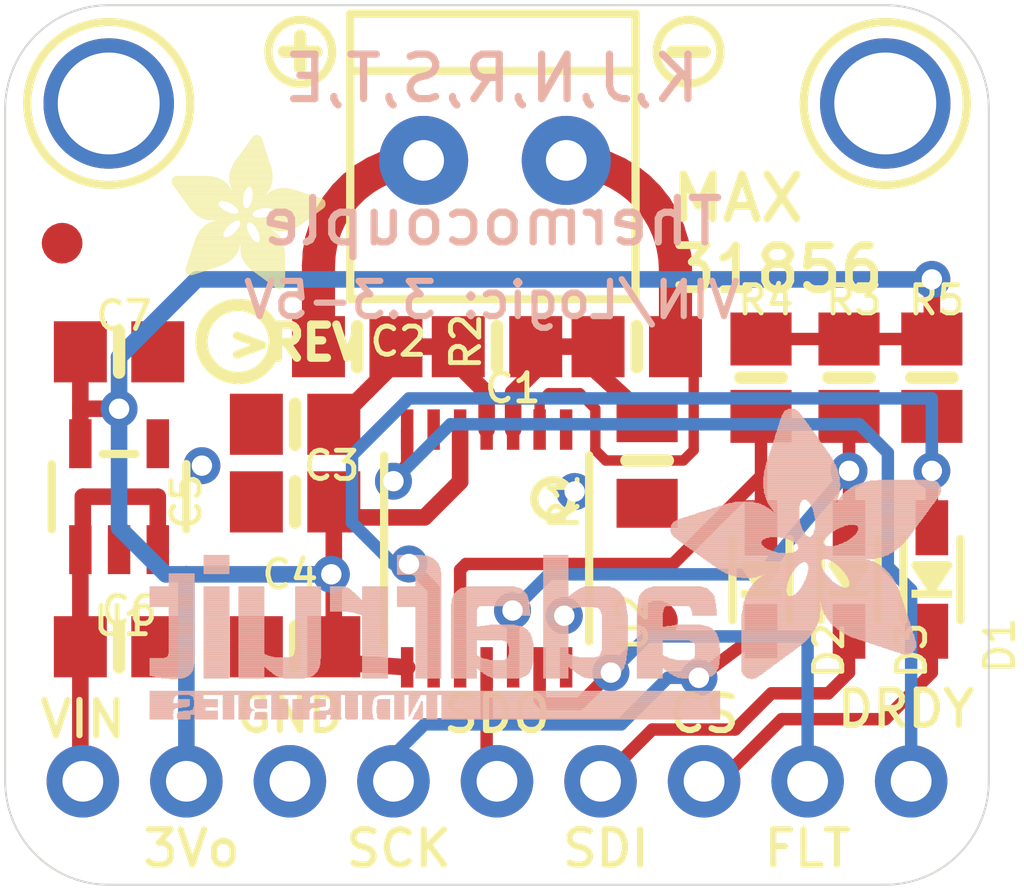
<source format=kicad_pcb>
(kicad_pcb (version 20221018) (generator pcbnew)
  (layers (0 "F.Cu" signal) (31 "B.Cu" signal) (34 "B.Paste" user) (35 "F.Paste" user) (36 "B.SilkS" user "B.Silkscreen") (37 "F.SilkS" user "F.Silkscreen") (38 "B.Mask" user) (39 "F.Mask" user) (44 "Edge.Cuts" user))
  (net 0 "")
  (net 1 "THERM+")
  (net 2 "THERM-")
  (net 3 "T-")
  (net 4 "T+")
  (net 5 "GND")
  (net 6 "3.3V")
  (net 7 "~{CS_3V}")
  (net 8 "SCK_3V")
  (net 9 "SDO_3V")
  (net 10 "DRDY")
  (net 11 "VIN")
  (net 12 "SCK")
  (net 13 "SDO")
  (net 14 "SDI")
  (net 15 "~{CS}")
  (net 16 "~{FAULT}")
  (footprint "Adafruit MAX31856:0805-NO" (layer "F.Cu") (at 151.9301 102.5906 180)
    (fp_text reference "R1" (at 1.778 -3.048 90) (layer "F.SilkS") (effects (font (size 0.692831 0.692831) (thickness 0.119969)) (justify right)))
    (fp_text value "100")
    (pad "1" smd rect (at -0.95 0 180) (size 1.3 1.5) (layers "F.Cu" "F.Paste" "F.Mask") (net 2 "THERM-"))
    (pad "2" smd rect (at 0.95 0 180) (size 1.3 1.5) (layers "F.Cu" "F.Paste" "F.Mask") (net 3 "T-"))
  )
  (footprint "Adafruit MAX31856:SYMBOL_PLUS" (layer "F.Cu") (at 143.6751 95.3516)
    (fp_text reference "U$23" hide)
    (fp_text value "" hide)
  )
  (footprint "Adafruit MAX31856:SOD-323" (layer "F.Cu") (at 154.9781 108.3056 90)
    (fp_text reference "D2" (at -2.497 1.667 90) (layer "F.SilkS") (effects (font (size 0.692831 0.692831) (thickness 0.119969)) (justify left)))
    (fp_text value "1N4148")
    (pad "A" smd rect (at 1.27 0 90) (size 1.35 0.8) (layers "F.Cu" "F.Paste" "F.Mask") (net 8 "SCK_3V"))
    (pad "C" smd rect (at -1.27 0 90) (size 1.35 0.8) (layers "F.Cu" "F.Paste" "F.Mask") (net 12 "SCK"))
  )
  (footprint "Adafruit MAX31856:0805-NO" (layer "F.Cu") (at 143.5481 106.4006 180)
    (fp_text reference "C5" (at 2.667 0.762 90) (layer "F.SilkS") (effects (font (size 0.692831 0.692831) (thickness 0.119969)) (justify right)))
    (fp_text value "0.1uF")
    (pad "1" smd rect (at -0.95 0 180) (size 1.3 1.5) (layers "F.Cu" "F.Paste" "F.Mask") (net 6 "3.3V"))
    (pad "2" smd rect (at 0.95 0 180) (size 1.3 1.5) (layers "F.Cu" "F.Paste" "F.Mask") (net 5 "GND"))
  )
  (footprint "Adafruit MAX31856:1X09_ROUND_70" (layer "F.Cu") (at 148.5011 113.2586 180)
    (fp_text reference "JP1" hide)
    (fp_text value "")
    (pad "1" thru_hole circle (at -10.16 0 270) (size 1.778 1.778) (drill 1) (layers "*.Cu" "*.Mask") (net 10 "DRDY"))
    (pad "2" thru_hole circle (at -7.62 0 270) (size 1.778 1.778) (drill 1) (layers "*.Cu" "*.Mask") (net 16 "~{FAULT}"))
    (pad "3" thru_hole circle (at -5.08 0 270) (size 1.778 1.778) (drill 1) (layers "*.Cu" "*.Mask") (net 15 "~{CS}"))
    (pad "4" thru_hole circle (at -2.54 0 270) (size 1.778 1.778) (drill 1) (layers "*.Cu" "*.Mask") (net 14 "SDI"))
    (pad "5" thru_hole circle (at 0 0 270) (size 1.778 1.778) (drill 1) (layers "*.Cu" "*.Mask") (net 13 "SDO"))
    (pad "6" thru_hole circle (at 2.54 0 270) (size 1.778 1.778) (drill 1) (layers "*.Cu" "*.Mask") (net 12 "SCK"))
    (pad "7" thru_hole circle (at 5.08 0 270) (size 1.778 1.778) (drill 1) (layers "*.Cu" "*.Mask") (net 5 "GND"))
    (pad "8" thru_hole circle (at 7.62 0 270) (size 1.778 1.778) (drill 1) (layers "*.Cu" "*.Mask") (net 6 "3.3V"))
    (pad "9" thru_hole circle (at 10.16 0 270) (size 1.778 1.778) (drill 1) (layers "*.Cu" "*.Mask") (net 11 "VIN"))
  )
  (footprint "Adafruit MAX31856:TSSOP14" (layer "F.Cu") (at 148.2471 107.5436 180)
    (fp_text reference "U2" (at -3.5814 -2.5908 90) (layer "F.SilkS") (effects (font (size 0.692831 0.692831) (thickness 0.119969)) (justify left)))
    (fp_text value "MAX31856")
    (pad "1" smd rect (at -1.95 2.9178 180) (size 0.3048 0.9906) (layers "F.Cu" "F.Paste" "F.Mask") (net 5 "GND"))
    (pad "2" smd rect (at -1.3 2.9178 180) (size 0.3048 0.9906) (layers "F.Cu" "F.Paste" "F.Mask") (net 2 "THERM-"))
    (pad "3" smd rect (at -0.65 2.9178 180) (size 0.3048 0.9906) (layers "F.Cu" "F.Paste" "F.Mask") (net 3 "T-"))
    (pad "4" smd rect (at 0 2.9178 180) (size 0.3048 0.9906) (layers "F.Cu" "F.Paste" "F.Mask") (net 4 "T+"))
    (pad "5" smd rect (at 0.65 2.9178 180) (size 0.3048 0.9906) (layers "F.Cu" "F.Paste" "F.Mask") (net 6 "3.3V"))
    (pad "6" smd rect (at 1.3 2.9178 180) (size 0.3048 0.9906) (layers "F.Cu" "F.Paste" "F.Mask"))
    (pad "7" smd rect (at 1.95 2.9178 180) (size 0.3048 0.9906) (layers "F.Cu" "F.Paste" "F.Mask") (net 10 "DRDY"))
    (pad "8" smd rect (at 1.95 -2.9178 180) (size 0.3048 0.9906) (layers "F.Cu" "F.Paste" "F.Mask") (net 6 "3.3V"))
    (pad "9" smd rect (at 1.3 -2.9178 180) (size 0.3048 0.9906) (layers "F.Cu" "F.Paste" "F.Mask") (net 7 "~{CS_3V}"))
    (pad "10" smd rect (at 0.65 -2.9178 180) (size 0.3048 0.9906) (layers "F.Cu" "F.Paste" "F.Mask") (net 8 "SCK_3V"))
    (pad "11" smd rect (at 0 -2.9178 180) (size 0.3048 0.9906) (layers "F.Cu" "F.Paste" "F.Mask") (net 13 "SDO"))
    (pad "12" smd rect (at -0.65 -2.9178 180) (size 0.3048 0.9906) (layers "F.Cu" "F.Paste" "F.Mask") (net 9 "SDO_3V"))
    (pad "13" smd rect (at -1.3 -2.9178 180) (size 0.3048 0.9906) (layers "F.Cu" "F.Paste" "F.Mask") (net 16 "~{FAULT}"))
    (pad "14" smd rect (at -1.95 -2.9178 180) (size 0.3048 0.9906) (layers "F.Cu" "F.Paste" "F.Mask") (net 5 "GND"))
  )
  (footprint "Adafruit MAX31856:FIDUCIAL_1MM" (layer "F.Cu") (at 152.4381 109.3216)
    (fp_text reference "FID1" hide)
    (fp_text value "FIDUCIAL\"\"" hide)
    (pad "1" smd roundrect (at 0 0) (size 1 1) (layers "F.Cu" "F.Mask") (roundrect_rratio 0.5))
  )
  (footprint "Adafruit MAX31856:PCBFEAT-REV-040" (layer "F.Cu") (at 142.1511 102.4636)
    (fp_text reference "U$1" hide)
    (fp_text value "" hide)
    (fp_text user ">REV" (at -0.3556 0.508) (layer "F.SilkS") (effects (font (size 0.8128 0.8128) (thickness 0.2032)) (justify left bottom)))
  )
  (footprint "Adafruit MAX31856:SOT23-5" (layer "F.Cu") (at 139.2301 106.2736)
    (fp_text reference "U1" (at -0.689 3.048) (layer "F.SilkS") (effects (font (size 0.692831 0.692831) (thickness 0.119969)) (justify left)))
    (fp_text value "mic5225-3.3")
    (pad "1" smd rect (at -0.95 1.3001) (size 0.55 1.2) (layers "F.Cu" "F.Paste" "F.Mask") (net 11 "VIN"))
    (pad "2" smd rect (at 0 1.3001) (size 0.55 1.2) (layers "F.Cu" "F.Paste" "F.Mask") (net 5 "GND"))
    (pad "3" smd rect (at 0.95 1.3001) (size 0.55 1.2) (layers "F.Cu" "F.Paste" "F.Mask") (net 11 "VIN"))
    (pad "4" smd rect (at 0.95 -1.3001) (size 0.55 1.2) (layers "F.Cu" "F.Paste" "F.Mask"))
    (pad "5" smd rect (at -0.95 -1.3001) (size 0.55 1.2) (layers "F.Cu" "F.Paste" "F.Mask") (net 6 "3.3V"))
  )
  (footprint "Adafruit MAX31856:MOUNTINGHOLE_2.5_PLATED" (layer "F.Cu") (at 158.0261 96.6216)
    (fp_text reference "U$14" hide)
    (fp_text value "MOUNTINGHOLE2.5" hide)
    (pad "P$1" thru_hole circle (at 0 0) (size 3.2 3.2) (drill 2.5) (layers "*.Cu" "*.Mask"))
  )
  (footprint "Adafruit MAX31856:0805-NO" (layer "F.Cu") (at 145.0721 102.5906)
    (fp_text reference "R2" (at 2.667 0.635 90) (layer "F.SilkS") (effects (font (size 0.692831 0.692831) (thickness 0.119969)) (justify left)))
    (fp_text value "100")
    (pad "1" smd rect (at -0.95 0) (size 1.3 1.5) (layers "F.Cu" "F.Paste" "F.Mask") (net 1 "THERM+"))
    (pad "2" smd rect (at 0.95 0) (size 1.3 1.5) (layers "F.Cu" "F.Paste" "F.Mask") (net 4 "T+"))
  )
  (footprint "Adafruit MAX31856:MOUNTINGHOLE_2.5_PLATED" (layer "F.Cu") (at 138.9761 96.6216)
    (fp_text reference "U$13" hide)
    (fp_text value "MOUNTINGHOLE2.5" hide)
    (pad "P$1" thru_hole circle (at 0 0) (size 3.2 3.2) (drill 2.5) (layers "*.Cu" "*.Mask"))
  )
  (footprint "Adafruit MAX31856:SOD-323" (layer "F.Cu") (at 157.1371 108.3056 90)
    (fp_text reference "D3" (at -2.497 1.54 90) (layer "F.SilkS") (effects (font (size 0.692831 0.692831) (thickness 0.119969)) (justify left)))
    (fp_text value "1N4148")
    (pad "A" smd rect (at 1.27 0 90) (size 1.35 0.8) (layers "F.Cu" "F.Paste" "F.Mask") (net 9 "SDO_3V"))
    (pad "C" smd rect (at -1.27 0 90) (size 1.35 0.8) (layers "F.Cu" "F.Paste" "F.Mask") (net 14 "SDI"))
  )
  (footprint "Adafruit MAX31856:SYMBOL_MINUS" (layer "F.Cu") (at 153.2001 95.3516)
    (fp_text reference "U$24" hide)
    (fp_text value "" hide)
  )
  (footprint "Adafruit MAX31856:0805_10MGAP" (layer "F.Cu") (at 152.1841 105.3846 90)
    (fp_text reference "C1" (at 1.778 -2.54) (layer "F.SilkS") (effects (font (size 0.692831 0.692831) (thickness 0.119969)) (justify right)))
    (fp_text value "0.01uF")
    (pad "1" smd rect (at -1.05 0 90) (size 1.2 1.5) (layers "F.Cu" "F.Paste" "F.Mask") (net 5 "GND"))
    (pad "2" smd rect (at 1.05 0 90) (size 1.2 1.5) (layers "F.Cu" "F.Paste" "F.Mask") (net 3 "T-"))
  )
  (footprint "Adafruit MAX31856:0805-NO" (layer "F.Cu") (at 148.5011 102.5906 180)
    (fp_text reference "C2" (at 3.175 0.127) (layer "F.SilkS") (effects (font (size 0.692831 0.692831) (thickness 0.119969)) (justify left)))
    (fp_text value "0.1uF")
    (pad "1" smd rect (at -0.95 0 180) (size 1.3 1.5) (layers "F.Cu" "F.Paste" "F.Mask") (net 3 "T-"))
    (pad "2" smd rect (at 0.95 0 180) (size 1.3 1.5) (layers "F.Cu" "F.Paste" "F.Mask") (net 4 "T+"))
  )
  (footprint "Adafruit MAX31856:FIDUCIAL_1MM" (layer "F.Cu") (at 137.8331 100.0506)
    (fp_text reference "FID2" hide)
    (fp_text value "FIDUCIAL\"\"" hide)
    (pad "1" smd roundrect (at 0 0) (size 1 1) (layers "F.Cu" "F.Mask") (roundrect_rratio 0.5))
  )
  (footprint "Adafruit MAX31856:0805-NO" (layer "F.Cu") (at 143.5481 104.4956 180)
    (fp_text reference "C3" (at -1.651 -1.016) (layer "F.SilkS") (effects (font (size 0.692831 0.692831) (thickness 0.119969)) (justify right)))
    (fp_text value "0.01uF")
    (pad "1" smd rect (at -0.95 0 180) (size 1.3 1.5) (layers "F.Cu" "F.Paste" "F.Mask") (net 4 "T+"))
    (pad "2" smd rect (at 0.95 0 180) (size 1.3 1.5) (layers "F.Cu" "F.Paste" "F.Mask") (net 5 "GND"))
  )
  (footprint "Adafruit MAX31856:0805-NO" (layer "F.Cu") (at 154.9781 103.3526 90)
    (fp_text reference "R4" (at 1.905 -0.635) (layer "F.SilkS") (effects (font (size 0.692831 0.692831) (thickness 0.119969)) (justify left)))
    (fp_text value "10K")
    (pad "1" smd rect (at -0.95 0 90) (size 1.3 1.5) (layers "F.Cu" "F.Paste" "F.Mask") (net 8 "SCK_3V"))
    (pad "2" smd rect (at 0.95 0 90) (size 1.3 1.5) (layers "F.Cu" "F.Paste" "F.Mask") (net 6 "3.3V"))
  )
  (footprint "Adafruit MAX31856:0805-NO" (layer "F.Cu") (at 139.2301 109.9566)
    (fp_text reference "C6" (at -0.508 -0.889) (layer "F.SilkS") (effects (font (size 0.692831 0.692831) (thickness 0.119969)) (justify left)))
    (fp_text value "10uF")
    (pad "1" smd rect (at -0.95 0) (size 1.3 1.5) (layers "F.Cu" "F.Paste" "F.Mask") (net 11 "VIN"))
    (pad "2" smd rect (at 0.95 0) (size 1.3 1.5) (layers "F.Cu" "F.Paste" "F.Mask") (net 5 "GND"))
  )
  (footprint "Adafruit MAX31856:SOD-323" (layer "F.Cu") (at 159.1691 108.3056 90)
    (fp_text reference "D1" (at -2.37 1.667 90) (layer "F.SilkS") (effects (font (size 0.692831 0.692831) (thickness 0.119969)) (justify left)))
    (fp_text value "1N4148")
    (pad "A" smd rect (at 1.27 0 90) (size 1.35 0.8) (layers "F.Cu" "F.Paste" "F.Mask") (net 7 "~{CS_3V}"))
    (pad "C" smd rect (at -1.27 0 90) (size 1.35 0.8) (layers "F.Cu" "F.Paste" "F.Mask") (net 15 "~{CS}"))
  )
  (footprint "Adafruit MAX31856:0805-NO" (layer "F.Cu") (at 157.1371 103.3526 90)
    (fp_text reference "R3" (at 1.905 -0.635) (layer "F.SilkS") (effects (font (size 0.692831 0.692831) (thickness 0.119969)) (justify left)))
    (fp_text value "10K")
    (pad "1" smd rect (at -0.95 0 90) (size 1.3 1.5) (layers "F.Cu" "F.Paste" "F.Mask") (net 9 "SDO_3V"))
    (pad "2" smd rect (at 0.95 0 90) (size 1.3 1.5) (layers "F.Cu" "F.Paste" "F.Mask") (net 6 "3.3V"))
  )
  (footprint "Adafruit MAX31856:TERMBLOCK_1X2-3.5MM" (layer "F.Cu") (at 148.5011 98.0186 180)
    (fp_text reference "X1" hide)
    (fp_text value "3.5mm term")
    (pad "1" thru_hole circle (at 1.8 0 180) (size 2.1844 2.1844) (drill 1) (layers "*.Cu" "*.Mask") (net 1 "THERM+"))
    (pad "2" thru_hole circle (at -1.7 0 180) (size 2.1844 2.1844) (drill 1) (layers "*.Cu" "*.Mask") (net 2 "THERM-"))
  )
  (footprint "Adafruit MAX31856:0805-NO" (layer "F.Cu") (at 139.2301 102.7176)
    (fp_text reference "C7" (at -0.635 -0.889) (layer "F.SilkS") (effects (font (size 0.692831 0.692831) (thickness 0.119969)) (justify left)))
    (fp_text value "10uF")
    (pad "1" smd rect (at -0.95 0) (size 1.3 1.5) (layers "F.Cu" "F.Paste" "F.Mask") (net 6 "3.3V"))
    (pad "2" smd rect (at 0.95 0) (size 1.3 1.5) (layers "F.Cu" "F.Paste" "F.Mask") (net 5 "GND"))
  )
  (footprint "Adafruit MAX31856:0805-NO" (layer "F.Cu") (at 143.5481 109.9566 180)
    (fp_text reference "C4" (at -0.635 1.778) (layer "F.SilkS") (effects (font (size 0.692831 0.692831) (thickness 0.119969)) (justify right)))
    (fp_text value "0.1uF")
    (pad "1" smd rect (at -0.95 0 180) (size 1.3 1.5) (layers "F.Cu" "F.Paste" "F.Mask") (net 6 "3.3V"))
    (pad "2" smd rect (at 0.95 0 180) (size 1.3 1.5) (layers "F.Cu" "F.Paste" "F.Mask") (net 5 "GND"))
  )
  (footprint "Adafruit MAX31856:ADAFRUIT_3.5MM" (layer "F.Cu") (at 140.5001 101.1936)
    (fp_text reference "U$25" hide)
    (fp_text value "" hide)
  )
  (footprint "Adafruit MAX31856:0805-NO" (layer "F.Cu") (at 159.1691 103.3526 90)
    (fp_text reference "R5" (at 1.905 -0.635) (layer "F.SilkS") (effects (font (size 0.692831 0.692831) (thickness 0.119969)) (justify left)))
    (fp_text value "10K")
    (pad "1" smd rect (at -0.95 0 90) (size 1.3 1.5) (layers "F.Cu" "F.Paste" "F.Mask") (net 7 "~{CS_3V}"))
    (pad "2" smd rect (at 0.95 0 90) (size 1.3 1.5) (layers "F.Cu" "F.Paste" "F.Mask") (net 6 "3.3V"))
  )
  (footprint "Adafruit MAX31856:ADAFRUIT_TEXT_20MM" (layer "B.Cu") (at 159.5501 111.7346 180)
    (fp_text reference "U$26" hide)
    (fp_text value "" hide)
  )
  (gr_line (start 136.4361 113.2586) (end 136.4361 96.7486) (stroke (width 0.05)) (layer "Edge.Cuts"))
  (gr_arc (start 136.4361 96.7486) (mid 137.180049 94.952549) (end 138.9761 94.2086) (stroke (width 0.05)) (layer "Edge.Cuts"))
  (gr_arc (start 138.9761 115.7986) (mid 137.180049 115.054651) (end 136.4361 113.2586) (stroke (width 0.05)) (layer "Edge.Cuts"))
  (gr_line (start 138.9761 94.2086) (end 158.0261 94.2086) (stroke (width 0.05)) (layer "Edge.Cuts"))
  (gr_arc (start 160.5661 113.2586) (mid 159.822151 115.054651) (end 158.0261 115.7986) (stroke (width 0.05)) (layer "Edge.Cuts"))
  (gr_line (start 160.5661 96.7486) (end 160.5661 113.2586) (stroke (width 0.05)) (layer "Edge.Cuts"))
  (gr_line (start 158.0261 115.7986) (end 138.9761 115.7986) (stroke (width 0.05)) (layer "Edge.Cuts"))
  (gr_arc (start 158.0261 94.2086) (mid 159.822151 94.952549) (end 160.5661 96.7486) (stroke (width 0.05)) (layer "Edge.Cuts"))
  (gr_text "VIN/Logic: 3.3-5V" (at 148.3741 101.4476) (layer "B.SilkS") (effects (font (size 0.8636 0.8636) (thickness 0.1524)) (justify mirror)))
  (gr_text "K,J,N,R,S,T,E\n\nThermocouple" (at 148.3741 97.7646) (layer "B.SilkS") (effects (font (size 1.0922 1.0922) (thickness 0.1778)) (justify mirror)))
  (gr_text "CS" (at 153.5811 111.6076) (layer "F.SilkS") (effects (font (size 0.8636 0.8636) (thickness 0.1524))))
  (gr_text "GND" (at 143.4211 111.6076) (layer "F.SilkS") (effects (font (size 0.8636 0.8636) (thickness 0.1524))))
  (gr_text "VIN" (at 138.3411 111.7346) (layer "F.SilkS") (effects (font (size 0.8636 0.8636) (thickness 0.1524))))
  (gr_text "MAX\n31856" (at 152.6921 101.3206) (layer "F.SilkS") (effects (font (size 1.0795 1.0795) (thickness 0.1905)) (justify left bottom)))
  (gr_text "SDO" (at 148.5011 111.6076) (layer "F.SilkS") (effects (font (size 0.8636 0.8636) (thickness 0.1524))))
  (gr_text "FLT" (at 156.1211 114.9096) (layer "F.SilkS") (effects (font (size 0.8636 0.8636) (thickness 0.1524))))
  (gr_text "SDI" (at 151.1681 114.9096) (layer "F.SilkS") (effects (font (size 0.8636 0.8636) (thickness 0.1524))))
  (gr_text "3Vo" (at 141.0081 114.9096) (layer "F.SilkS") (effects (font (size 0.8636 0.8636) (thickness 0.1524))))
  (gr_text "DRDY" (at 158.5341 111.4806) (layer "F.SilkS") (effects (font (size 0.8636 0.8636) (thickness 0.1524))))
  (gr_text "SCK" (at 146.0881 114.9096) (layer "F.SilkS") (effects (font (size 0.8636 0.8636) (thickness 0.1524))))
  (segment (start 144.197041 99.980405) (end 144.289693 99.683074) (width 0.8128) (layer "F.Cu") (net 1))
  (segment (start 145.236061 98.475125) (end 145.502579 98.314009) (width 0.8128) (layer "F.Cu") (net 1))
  (segment (start 145.502579 98.314009) (end 145.786574 98.186193) (width 0.8128) (layer "F.Cu") (net 1))
  (segment (start 144.1221 102.5906) (end 144.1221 100.5976) (width 0.8128) (layer "F.Cu") (net 1))
  (segment (start 144.770691 98.887407) (end 144.990907 98.667191) (width 0.8128) (layer "F.Cu") (net 1))
  (segment (start 144.140904 100.286736) (end 144.197041 99.980405) (width 0.8128) (layer "F.Cu") (net 1))
  (segment (start 146.083905 98.093541) (end 146.390236 98.037404) (width 0.8128) (layer "F.Cu") (net 1))
  (segment (start 144.990907 98.667191) (end 145.236061 98.475125) (width 0.8128) (layer "F.Cu") (net 1))
  (segment (start 145.786574 98.186193) (end 146.083905 98.093541) (width 0.8128) (layer "F.Cu") (net 1))
  (segment (start 144.289693 99.683074) (end 144.417509 99.399079) (width 0.8128) (layer "F.Cu") (net 1))
  (segment (start 144.1221 100.5976) (end 144.140904 100.286736) (width 0.8128) (layer "F.Cu") (net 1))
  (segment (start 144.578625 99.132561) (end 144.770691 98.887407) (width 0.8128) (layer "F.Cu") (net 1))
  (segment (start 146.390236 98.037404) (end 146.7011 98.0186) (width 0.8128) (layer "F.Cu") (net 1))
  (segment (start 144.1221 100.5976) (end 144.1221 100.5976) (width 0.8128) (layer "F.Cu") (net 1))
  (segment (start 144.417509 99.399079) (end 144.578625 99.132561) (width 0.8128) (layer "F.Cu") (net 1))
  (segment (start 153.3271 103.0376) (end 152.8801 102.5906) (width 0.254) (layer "F.Cu") (net 2))
  (segment (start 150.5331 103.7336) (end 150.9141 104.1146) (width 0.254) (layer "F.Cu") (net 2))
  (segment (start 149.5471 103.9576) (end 149.7711 103.7336) (width 0.254) (layer "F.Cu") (net 2))
  (segment (start 150.842227 98.096447) (end 150.524018 98.038133) (width 0.8128) (layer "F.Cu") (net 2))
  (segment (start 152.20636 98.921094) (end 151.977606 98.69234) (width 0.8128) (layer "F.Cu") (net 2))
  (segment (start 152.8801 100.6976) (end 152.860567 100.374682) (width 0.8128) (layer "F.Cu") (net 2))
  (segment (start 151.722945 98.492826) (end 151.446093 98.325463) (width 0.8128) (layer "F.Cu") (net 2))
  (segment (start 149.5471 104.6258) (end 149.5471 103.9576) (width 0.254) (layer "F.Cu") (net 2))
  (segment (start 151.977606 98.69234) (end 151.722945 98.492826) (width 0.8128) (layer "F.Cu") (net 2))
  (segment (start 151.151086 98.192691) (end 150.842227 98.096447) (width 0.8128) (layer "F.Cu") (net 2))
  (segment (start 150.524018 98.038133) (end 150.2011 98.0186) (width 0.8128) (layer "F.Cu") (net 2))
  (segment (start 152.860567 100.374682) (end 152.802253 100.056473) (width 0.8128) (layer "F.Cu") (net 2))
  (segment (start 151.446093 98.325463) (end 151.151086 98.192691) (width 0.8128) (layer "F.Cu") (net 2))
  (segment (start 149.7711 103.7336) (end 150.5331 103.7336) (width 0.254) (layer "F.Cu") (net 2))
  (segment (start 152.8801 102.5906) (end 152.8801 100.6976) (width 0.8128) (layer "F.Cu") (net 2))
  (segment (start 152.405874 99.175755) (end 152.20636 98.921094) (width 0.8128) (layer "F.Cu") (net 2))
  (segment (start 153.0731 105.3846) (end 153.3271 105.1306) (width 0.254) (layer "F.Cu") (net 2))
  (segment (start 153.3271 105.1306) (end 153.3271 103.0376) (width 0.254) (layer "F.Cu") (net 2))
  (segment (start 150.9141 105.1306) (end 151.1681 105.3846) (width 0.254) (layer "F.Cu") (net 2))
  (segment (start 151.1681 105.3846) (end 153.0731 105.3846) (width 0.254) (layer "F.Cu") (net 2))
  (segment (start 150.9141 104.1146) (end 150.9141 105.1306) (width 0.254) (layer "F.Cu") (net 2))
  (segment (start 152.573237 99.452607) (end 152.405874 99.175755) (width 0.8128) (layer "F.Cu") (net 2))
  (segment (start 152.8801 100.6976) (end 152.8801 100.6976) (width 0.8128) (layer "F.Cu") (net 2))
  (segment (start 152.706009 99.747614) (end 152.573237 99.452607) (width 0.8128) (layer "F.Cu") (net 2))
  (segment (start 152.802253 100.056473) (end 152.706009 99.747614) (width 0.8128) (layer "F.Cu") (net 2))
  (segment (start 148.8971 103.7186) (end 149.3901 103.2256) (width 0.4064) (layer "F.Cu") (net 3))
  (segment (start 150.9801 103.2306) (end 152.1841 104.3346) (width 0.4064) (layer "F.Cu") (net 3))
  (segment (start 149.4511 102.5906) (end 150.9801 102.5906) (width 0.4064) (layer "F.Cu") (net 3))
  (segment (start 150.9801 102.5906) (end 150.9801 103.2306) (width 0.4064) (layer "F.Cu") (net 3))
  (segment (start 149.3901 102.7786) (end 149.4511 102.5906) (width 0.4064) (layer "F.Cu") (net 3))
  (segment (start 149.3901 103.2256) (end 149.3901 102.7786) (width 0.4064) (layer "F.Cu") (net 3))
  (segment (start 148.8971 104.6258) (end 148.8971 103.7186) (width 0.4064) (layer "F.Cu") (net 3))
  (segment (start 148.2471 103.7336) (end 147.5511 103.0376) (width 0.4064) (layer "F.Cu") (net 4))
  (segment (start 146.0221 102.5906) (end 146.0221 102.9716) (width 0.4064) (layer "F.Cu") (net 4))
  (segment (start 147.5511 103.0376) (end 147.5511 102.5906) (width 0.4064) (layer "F.Cu") (net 4))
  (segment (start 146.0221 102.9716) (end 144.4981 104.4956) (width 0.4064) (layer "F.Cu") (net 4))
  (segment (start 147.5511 102.5906) (end 146.0221 102.5906) (width 0.4064) (layer "F.Cu") (net 4))
  (segment (start 148.2471 104.6258) (end 148.2471 103.7336) (width 0.4064) (layer "F.Cu") (net 4))
  (via (at 141.2621 105.5116) (size 0.9064) (drill 0.5) (layers "F.Cu" "B.Cu") (net 5))
  (via (at 150.4061 106.1466) (size 0.9064) (drill 0.5) (layers "F.Cu" "B.Cu") (net 5))
  (via (at 150.1521 109.1946) (size 0.9064) (drill 0.5) (layers "F.Cu" "B.Cu") (net 5))
  (segment (start 154.9781 102.4026) (end 157.1371 102.4026) (width 0.3048) (layer "F.Cu") (net 6))
  (segment (start 138.2801 104.1146) (end 139.2301 104.1146) (width 0.4064) (layer "F.Cu") (net 6))
  (segment (start 159.1691 102.4026) (end 159.1691 100.9396) (width 0.4064) (layer "F.Cu") (net 6))
  (segment (start 144.4981 106.4006) (end 144.8791 106.7816) (width 0.4064) (layer "F.Cu") (net 6))
  (segment (start 147.5971 105.9076) (end 147.5971 104.6258) (width 0.4064) (layer "F.Cu") (net 6))
  (segment (start 157.1371 102.4026) (end 159.1691 102.4026) (width 0.3048) (layer "F.Cu") (net 6))
  (segment (start 138.2801 104.9735) (end 138.2801 104.1146) (width 0.4064) (layer "F.Cu") (net 6))
  (segment (start 146.7231 106.7816) (end 147.5971 105.9076) (width 0.4064) (layer "F.Cu") (net 6))
  (segment (start 144.4981 108.1786) (end 144.4981 109.9566) (width 0.4064) (layer "F.Cu") (net 6))
  (segment (start 138.2801 104.1146) (end 138.2801 102.7176) (width 0.4064) (layer "F.Cu") (net 6))
  (segment (start 144.4981 110.3344) (end 144.4981 109.9566) (width 0.4064) (layer "F.Cu") (net 6))
  (segment (start 144.4981 106.4006) (end 144.4981 108.1786) (width 0.4064) (layer "F.Cu") (net 6))
  (segment (start 146.2971 110.4614) (end 144.4981 110.3344) (width 0.4064) (layer "F.Cu") (net 6))
  (segment (start 144.8791 106.7816) (end 146.7231 106.7816) (width 0.4064) (layer "F.Cu") (net 6))
  (segment (start 144.4371 108.1786) (end 144.4981 108.1786) (width 0.4064) (layer "F.Cu") (net 6))
  (via (at 159.1691 100.9396) (size 0.9064) (drill 0.5) (layers "F.Cu" "B.Cu") (net 6))
  (via (at 139.2301 104.1146) (size 0.9064) (drill 0.5) (layers "F.Cu" "B.Cu") (net 6))
  (via (at 144.4371 108.1786) (size 0.9064) (drill 0.5) (layers "F.Cu" "B.Cu") (net 6))
  (segment (start 140.8811 108.1786) (end 144.4371 108.1786) (width 0.4064) (layer "B.Cu") (net 6))
  (segment (start 140.3731 108.1786) (end 140.8811 108.1786) (width 0.4064) (layer "B.Cu") (net 6))
  (segment (start 139.2301 107.0356) (end 140.3731 108.1786) (width 0.4064) (layer "B.Cu") (net 6))
  (segment (start 140.8811 113.2586) (end 140.8811 108.1786) (width 0.4064) (layer "B.Cu") (net 6))
  (segment (start 139.2301 104.1146) (end 139.2301 107.0356) (width 0.4064) (layer "B.Cu") (net 6))
  (segment (start 141.1351 100.9396) (end 139.2301 102.8446) (width 0.4064) (layer "B.Cu") (net 6))
  (segment (start 139.2301 102.8446) (end 139.2301 104.1146) (width 0.4064) (layer "B.Cu") (net 6))
  (segment (start 159.1691 100.9396) (end 141.1351 100.9396) (width 0.4064) (layer "B.Cu") (net 6))
  (segment (start 159.1691 104.3026) (end 159.1691 105.6386) (width 0.3048) (layer "F.Cu") (net 7))
  (segment (start 146.9471 108.5296) (end 146.3421 107.9246) (width 0.3048) (layer "F.Cu") (net 7))
  (segment (start 159.1691 105.6386) (end 159.1691 107.0356) (width 0.3048) (layer "F.Cu") (net 7))
  (segment (start 146.9471 110.4614) (end 146.9471 108.5296) (width 0.3048) (layer "F.Cu") (net 7))
  (via (at 159.1691 105.6386) (size 0.9064) (drill 0.5) (layers "F.Cu" "B.Cu") (net 7))
  (via (at 146.3421 107.9246) (size 0.9064) (drill 0.5) (layers "F.Cu" "B.Cu") (net 7))
  (segment (start 144.9451 106.9086) (end 144.9451 105.2576) (width 0.3048) (layer "B.Cu") (net 7))
  (segment (start 145.9611 107.9246) (end 144.9451 106.9086) (width 0.3048) (layer "B.Cu") (net 7))
  (segment (start 159.1691 103.8606) (end 159.1691 105.6386) (width 0.3048) (layer "B.Cu") (net 7))
  (segment (start 144.9451 105.2576) (end 146.3421 103.8606) (width 0.3048) (layer "B.Cu") (net 7))
  (segment (start 146.3421 107.9246) (end 145.9611 107.9246) (width 0.3048) (layer "B.Cu") (net 7))
  (segment (start 146.3421 103.8606) (end 159.1691 103.8606) (width 0.3048) (layer "B.Cu") (net 7))
  (segment (start 147.7391 107.9246) (end 147.5971 108.0666) (width 0.3048) (layer "F.Cu") (net 8))
  (segment (start 154.9781 107.0356) (end 154.9781 105.7656) (width 0.3048) (layer "F.Cu") (net 8))
  (segment (start 147.5971 108.0666) (end 147.5971 110.4614) (width 0.3048) (layer "F.Cu") (net 8))
  (segment (start 152.8191 107.9246) (end 147.7391 107.9246) (width 0.3048) (layer "F.Cu") (net 8))
  (segment (start 154.9781 105.7656) (end 152.8191 107.9246) (width 0.3048) (layer "F.Cu") (net 8))
  (segment (start 154.9781 105.7656) (end 154.9781 104.3026) (width 0.3048) (layer "F.Cu") (net 8))
  (segment (start 148.8971 110.4614) (end 148.8971 109.0826) (width 0.3048) (layer "F.Cu") (net 9))
  (segment (start 148.8971 109.0826) (end 148.8821 109.0676) (width 0.3048) (layer "F.Cu") (net 9))
  (segment (start 157.1371 105.6386) (end 157.1371 107.0356) (width 0.3048) (layer "F.Cu") (net 9))
  (segment (start 157.1371 104.3026) (end 157.1371 105.6386) (width 0.3048) (layer "F.Cu") (net 9))
  (segment (start 157.1371 104.3026) (end 157.1371 105.1306) (width 0.3048) (layer "F.Cu") (net 9))
  (via (at 157.1371 105.6386) (size 0.9064) (drill 0.5) (layers "F.Cu" "B.Cu") (net 9))
  (via (at 148.8821 109.0676) (size 0.9064) (drill 0.5) (layers "F.Cu" "B.Cu") (net 9))
  (segment (start 148.8821 109.0676) (end 149.7711 108.1786) (width 0.3048) (layer "B.Cu") (net 9))
  (segment (start 149.7711 108.1786) (end 154.9781 108.1786) (width 0.3048) (layer "B.Cu") (net 9))
  (segment (start 154.9781 108.1786) (end 157.1371 105.6386) (width 0.3048) (layer "B.Cu") (net 9))
  (segment (start 145.9611 105.8926) (end 146.2971 105.4666) (width 0.3048) (layer "F.Cu") (net 10))
  (segment (start 146.2971 105.4666) (end 146.2971 104.6258) (width 0.3048) (layer "F.Cu") (net 10))
  (via (at 145.9611 105.8926) (size 0.9064) (drill 0.5) (layers "F.Cu" "B.Cu") (net 10))
  (segment (start 157.3911 104.4956) (end 158.0896 105.1941) (width 0.3048) (layer "B.Cu") (net 10))
  (segment (start 147.3581 104.4956) (end 157.3911 104.4956) (width 0.3048) (layer "B.Cu") (net 10))
  (segment (start 147.3581 104.4956) (end 145.9611 105.8926) (width 0.3048) (layer "B.Cu") (net 10))
  (segment (start 158.0896 105.1941) (end 158.0896 107.9881) (width 0.3048) (layer "B.Cu") (net 10))
  (segment (start 158.6611 113.2586) (end 158.6611 108.5596) (width 0.3048) (layer "B.Cu") (net 10))
  (segment (start 158.6611 108.5596) (end 158.0896 107.9881) (width 0.3048) (layer "B.Cu") (net 10))
  (segment (start 138.3411 107.5737) (end 138.2801 107.5737) (width 0.4064) (layer "F.Cu") (net 11))
  (segment (start 140.1801 107.5737) (end 140.1801 106.2736) (width 0.4064) (layer "F.Cu") (net 11))
  (segment (start 138.2801 109.9566) (end 138.2801 107.5737) (width 0.4064) (layer "F.Cu") (net 11))
  (segment (start 138.2801 113.1976) (end 138.2801 109.9566) (width 0.4064) (layer "F.Cu") (net 11))
  (segment (start 140.1801 106.2736) (end 138.3411 106.2736) (width 0.4064) (layer "F.Cu") (net 11))
  (segment (start 138.3411 106.2736) (end 138.3411 107.5737) (width 0.4064) (layer "F.Cu") (net 11))
  (segment (start 138.3411 113.2586) (end 138.2801 113.1976) (width 0.4064) (layer "F.Cu") (net 11))
  (segment (start 154.9781 109.5756) (end 153.4541 110.7186) (width 0.3048) (layer "F.Cu") (net 12))
  (via (at 153.4541 110.7186) (size 0.9064) (drill 0.5) (layers "F.Cu" "B.Cu") (net 12))
  (segment (start 145.9611 112.6236) (end 145.9611 113.2586) (width 0.3048) (layer "B.Cu") (net 12))
  (segment (start 146.7231 111.8616) (end 145.9611 112.6236) (width 0.3048) (layer "B.Cu") (net 12))
  (segment (start 151.5491 111.8616) (end 151.2951 111.8616) (width 0.3048) (layer "B.Cu") (net 12))
  (segment (start 151.2951 111.8616) (end 146.7231 111.8616) (width 0.3048) (layer "B.Cu") (net 12))
  (segment (start 153.4541 110.7186) (end 152.6921 110.7186) (width 0.3048) (layer "B.Cu") (net 12))
  (segment (start 152.6921 110.7186) (end 151.5491 111.8616) (width 0.3048) (layer "B.Cu") (net 12))
  (segment (start 148.2471 113.0046) (end 148.5011 113.2586) (width 0.3048) (layer "F.Cu") (net 13))
  (segment (start 148.2471 110.4614) (end 148.2471 113.0046) (width 0.3048) (layer "F.Cu") (net 13))
  (segment (start 156.6291 111.0996) (end 155.2321 111.0996) (width 0.3048) (layer "F.Cu") (net 14))
  (segment (start 154.3431 111.9886) (end 152.3111 111.9886) (width 0.3048) (layer "F.Cu") (net 14))
  (segment (start 157.1371 109.5756) (end 157.1371 110.5916) (width 0.3048) (layer "F.Cu") (net 14))
  (segment (start 157.1371 110.5916) (end 156.6291 111.0996) (width 0.3048) (layer "F.Cu") (net 14))
  (segment (start 152.3111 111.9886) (end 151.0411 113.2586) (width 0.3048) (layer "F.Cu") (net 14))
  (segment (start 155.2321 111.0996) (end 154.3431 111.9886) (width 0.3048) (layer "F.Cu") (net 14))
  (segment (start 159.1691 110.5916) (end 158.0261 111.7346) (width 0.3048) (layer "F.Cu") (net 15))
  (segment (start 159.1691 109.5756) (end 159.1691 110.5916) (width 0.3048) (layer "F.Cu") (net 15))
  (segment (start 155.4861 111.7346) (end 153.9621 113.2586) (width 0.3048) (layer "F.Cu") (net 15))
  (segment (start 158.0261 111.7346) (end 155.4861 111.7346) (width 0.3048) (layer "F.Cu") (net 15))
  (segment (start 153.9621 113.2586) (end 153.5811 113.2586) (width 0.3048) (layer "F.Cu") (net 15))
  (segment (start 149.6441 111.3536) (end 150.5331 111.3536) (width 0.3048) (layer "F.Cu") (net 16))
  (segment (start 149.5471 110.4614) (end 149.5471 111.2566) (width 0.3048) (layer "F.Cu") (net 16))
  (segment (start 150.5331 111.3536) (end 151.2951 110.5916) (width 0.3048) (layer "F.Cu") (net 16))
  (segment (start 149.5471 111.2566) (end 149.6441 111.3536) (width 0.3048) (layer "F.Cu") (net 16))
  (segment (start 150.9141 110.9726) (end 151.2951 110.5916) (width 0.3048) (layer "F.Cu") (net 16))
  (via (at 151.2951 110.5916) (size 0.9064) (drill 0.5) (layers "F.Cu" "B.Cu") (net 16))
  (segment (start 151.2951 110.5916) (end 152.1841 109.7026) (width 0.3048) (layer "B.Cu") (net 16))
  (segment (start 156.1211 109.7026) (end 156.1211 113.2586) (width 0.3048) (layer "B.Cu") (net 16))
  (segment (start 152.1841 109.7026) (end 156.1211 109.7026) (width 0.3048) (layer "B.Cu") (net 16))
)
</source>
